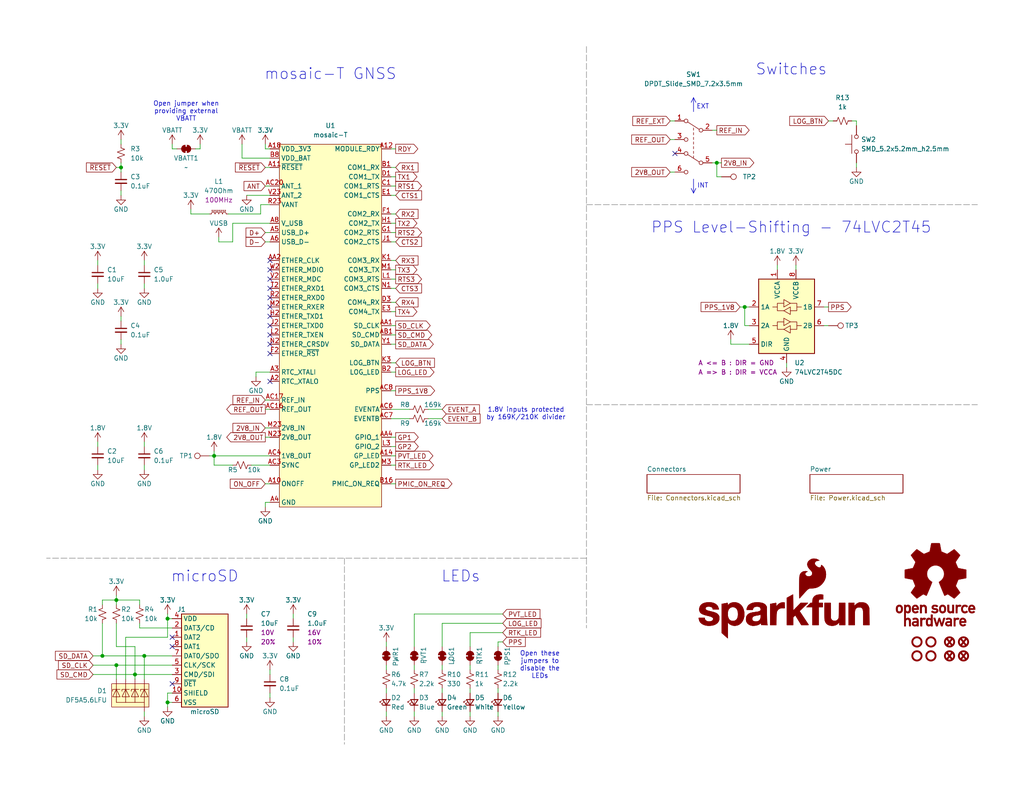
<source format=kicad_sch>
(kicad_sch (version 20250114) (generator "eeschema") (generator_version "9.0")
  (paper "USLetter")
  (title_block (title "SparkFun GNSS mosaic-T") (date "2025-03-21") (rev "v01") (company "SparkFun Electronics") (comment 1 "Designed by: P.C."))
  (text "LEDs" (at 125.73 157.48 0) (effects (font (size 3 3))))
  (text "PPS Level-Shifting - 74LVC2T45" (at 215.9 62.23 0) (effects (font (size 3 3))))
  (text "Open jumper when\nproviding external\nVBATT" (at 50.8 30.48 0) (effects (font (size 1.27 1.27))))
  (text "mosaic-T GNSS" (at 90.17 20.32 0) (effects (font (size 3 3))))
  (text "Switches" (at 215.9 19.05 0) (effects (font (size 3 3))))
  (text "Open these\njumpers to\ndisable the\nLEDs" (at 147.32 181.61 0) (effects (font (size 1.27 1.27))))
  (text "microSD" (at 55.88 157.48 0) (effects (font (size 3 3))))
  (text "EXT" (at 191.77 29.21 0) (effects (font (size 1.27 1.27))))
  (text "1.8V inputs protected\nby 169K/210K divider" (at 143.51 113.03 0) (effects (font (size 1.27 1.27))))
  (text "INT" (at 191.77 50.8 0) (effects (font (size 1.27 1.27))))
  (junction (at 203.2 83.82))
  (junction (at 58.42 124.46))
  (junction (at 39.37 179.07))
  (junction (at 195.58 44.45))
  (junction (at 33.02 45.72))
  (junction (at 27.94 179.07))
  (junction (at 36.83 184.15))
  (junction (at 45.72 168.91))
  (junction (at 31.75 181.61))
  (junction (at 45.72 191.77))
  (junction (at 31.75 163.83))
  (no_connect (at 73.66 93.98))
  (no_connect (at 73.66 91.44))
  (no_connect (at 46.99 176.53))
  (no_connect (at 73.66 73.66))
  (no_connect (at 73.66 104.14))
  (no_connect (at 73.66 81.28))
  (no_connect (at 73.66 83.82))
  (no_connect (at 73.66 88.9))
  (no_connect (at 46.99 186.69))
  (no_connect (at 73.66 76.2))
  (no_connect (at 46.99 173.99))
  (no_connect (at 73.66 96.52))
  (no_connect (at 73.66 71.12))
  (no_connect (at 73.66 78.74))
  (no_connect (at 73.66 86.36))
  (no_connect (at 184.15 41.91))
  (wire (pts (xy 182.88 38.1) (xy 184.15 38.1)))
  (wire (pts (xy 73.66 101.6) (xy 69.85 101.6)))
  (wire (pts (xy 106.68 82.55) (xy 107.95 82.55)))
  (wire (pts (xy 113.03 167.64) (xy 113.03 176.53)))
  (polyline (pts (xy 93.98 152.4) (xy 93.98 203.2)) (stroke (width 0) (type dash) (color 132 132 132 1)))
  (wire (pts (xy 36.83 184.15) (xy 46.99 184.15)))
  (wire (pts (xy 106.68 45.72) (xy 107.95 45.72)))
  (wire (pts (xy 46.99 171.45) (xy 38.1 171.45)))
  (wire (pts (xy 45.72 168.91) (xy 45.72 167.64)))
  (wire (pts (xy 217.17 72.39) (xy 217.17 73.66)))
  (wire (pts (xy 182.88 33.02) (xy 184.15 33.02)))
  (wire (pts (xy 135.89 181.61) (xy 135.89 182.88)))
  (wire (pts (xy 232.41 33.02) (xy 233.68 33.02)))
  (polyline (pts (xy 160.02 152.4) (xy 160.02 171.45)) (stroke (width 0) (type dash) (color 132 132 132 1)))
  (wire (pts (xy 203.2 83.82) (xy 204.47 83.82)))
  (wire (pts (xy 199.39 93.98) (xy 204.47 93.98)))
  (polyline (pts (xy 160.02 55.88) (xy 266.7 55.88)) (stroke (width 0) (type dash) (color 132 132 132 1)))
  (wire (pts (xy 72.39 132.08) (xy 73.66 132.08)))
  (wire (pts (xy 106.68 63.5) (xy 107.95 63.5)))
  (wire (pts (xy 26.67 71.12) (xy 26.67 72.39)))
  (wire (pts (xy 105.41 194.31) (xy 105.41 195.58)))
  (wire (pts (xy 106.68 88.9) (xy 107.95 88.9)))
  (wire (pts (xy 106.68 114.3) (xy 111.76 114.3)))
  (wire (pts (xy 33.02 44.45) (xy 33.02 45.72)))
  (wire (pts (xy 72.39 40.64) (xy 73.66 40.64)))
  (wire (pts (xy 106.68 101.6) (xy 107.95 101.6)))
  (wire (pts (xy 66.04 43.18) (xy 73.66 43.18)))
  (wire (pts (xy 34.29 173.99) (xy 45.72 173.99)))
  (wire (pts (xy 25.4 179.07) (xy 27.94 179.07)))
  (wire (pts (xy 33.02 52.07) (xy 33.02 53.34)))
  (wire (pts (xy 106.68 127) (xy 107.95 127)))
  (wire (pts (xy 106.68 106.68) (xy 107.95 106.68)))
  (wire (pts (xy 39.37 120.65) (xy 39.37 121.92)))
  (wire (pts (xy 72.39 111.76) (xy 73.66 111.76)))
  (wire (pts (xy 33.02 92.71) (xy 33.02 93.98)))
  (wire (pts (xy 233.68 44.45) (xy 233.68 45.72)))
  (wire (pts (xy 116.84 114.3) (xy 120.65 114.3)))
  (wire (pts (xy 38.1 170.18) (xy 38.1 171.45)))
  (polyline (pts (xy 188.595 27.94) (xy 189.23 26.67)))
  (wire (pts (xy 58.42 127) (xy 63.5 127)))
  (wire (pts (xy 195.58 44.45) (xy 195.58 48.26)))
  (wire (pts (xy 135.89 187.96) (xy 135.89 189.23)))
  (wire (pts (xy 106.68 111.76) (xy 111.76 111.76)))
  (wire (pts (xy 68.58 127) (xy 73.66 127)))
  (wire (pts (xy 67.31 167.64) (xy 67.31 168.91)))
  (wire (pts (xy 73.66 137.16) (xy 72.39 137.16)))
  (wire (pts (xy 27.94 165.1) (xy 27.94 163.83)))
  (wire (pts (xy 106.68 71.12) (xy 107.95 71.12)))
  (wire (pts (xy 63.5 60.96) (xy 73.66 60.96)))
  (wire (pts (xy 31.75 176.53) (xy 36.83 176.53)))
  (wire (pts (xy 72.39 137.16) (xy 72.39 138.43)))
  (wire (pts (xy 233.68 33.02) (xy 233.68 34.29)))
  (wire (pts (xy 58.42 124.46) (xy 58.42 127)))
  (wire (pts (xy 31.75 170.18) (xy 31.75 176.53)))
  (wire (pts (xy 45.72 168.91) (xy 46.99 168.91)))
  (wire (pts (xy 45.72 191.77) (xy 46.99 191.77)))
  (wire (pts (xy 120.65 181.61) (xy 120.65 182.88)))
  (polyline (pts (xy 189.23 26.67) (xy 189.23 30.48)))
  (wire (pts (xy 52.07 58.42) (xy 57.15 58.42)))
  (wire (pts (xy 25.4 184.15) (xy 36.83 184.15)))
  (wire (pts (xy 196.85 48.26) (xy 195.58 48.26)))
  (wire (pts (xy 106.68 124.46) (xy 107.95 124.46)))
  (wire (pts (xy 36.83 184.15) (xy 36.83 185.42)))
  (wire (pts (xy 59.69 64.77) (xy 59.69 66.04)))
  (wire (pts (xy 128.27 187.96) (xy 128.27 189.23)))
  (wire (pts (xy 57.15 124.46) (xy 58.42 124.46)))
  (polyline (pts (xy 188.595 51.435) (xy 189.23 52.705)))
  (wire (pts (xy 39.37 71.12) (xy 39.37 72.39)))
  (wire (pts (xy 72.39 119.38) (xy 73.66 119.38)))
  (wire (pts (xy 72.39 50.8) (xy 73.66 50.8)))
  (wire (pts (xy 194.31 35.56) (xy 195.58 35.56)))
  (wire (pts (xy 46.99 189.23) (xy 45.72 189.23)))
  (wire (pts (xy 73.66 124.46) (xy 58.42 124.46)))
  (wire (pts (xy 105.41 181.61) (xy 105.41 182.88)))
  (wire (pts (xy 39.37 179.07) (xy 46.99 179.07)))
  (wire (pts (xy 62.23 58.42) (xy 71.12 58.42)))
  (wire (pts (xy 31.75 163.83) (xy 31.75 165.1)))
  (wire (pts (xy 106.68 85.09) (xy 107.95 85.09)))
  (wire (pts (xy 72.39 109.22) (xy 73.66 109.22)))
  (wire (pts (xy 224.79 88.9) (xy 226.06 88.9)))
  (wire (pts (xy 106.68 76.2) (xy 107.95 76.2)))
  (wire (pts (xy 31.75 181.61) (xy 31.75 185.42)))
  (wire (pts (xy 106.68 48.26) (xy 107.95 48.26)))
  (wire (pts (xy 128.27 172.72) (xy 128.27 176.53)))
  (wire (pts (xy 33.02 86.36) (xy 33.02 87.63)))
  (wire (pts (xy 72.39 66.04) (xy 73.66 66.04)))
  (wire (pts (xy 120.65 170.18) (xy 120.65 176.53)))
  (polyline (pts (xy 189.23 52.705) (xy 189.865 51.435)))
  (wire (pts (xy 106.68 58.42) (xy 107.95 58.42)))
  (wire (pts (xy 38.1 163.83) (xy 38.1 165.1)))
  (wire (pts (xy 214.63 99.06) (xy 214.63 100.33)))
  (wire (pts (xy 203.2 83.82) (xy 203.2 88.9)))
  (wire (pts (xy 72.39 116.84) (xy 73.66 116.84)))
  (polyline (pts (xy 189.23 26.67) (xy 189.865 27.94)))
  (wire (pts (xy 105.41 187.96) (xy 105.41 189.23)))
  (wire (pts (xy 120.65 187.96) (xy 120.65 189.23)))
  (wire (pts (xy 36.83 176.53) (xy 36.83 184.15)))
  (wire (pts (xy 54.61 39.37) (xy 54.61 40.64)))
  (wire (pts (xy 53.34 40.64) (xy 54.61 40.64)))
  (wire (pts (xy 80.01 173.99) (xy 80.01 175.26)))
  (wire (pts (xy 137.16 167.64) (xy 113.03 167.64)))
  (wire (pts (xy 106.68 78.74) (xy 107.95 78.74)))
  (wire (pts (xy 27.94 163.83) (xy 31.75 163.83)))
  (wire (pts (xy 52.07 57.15) (xy 52.07 58.42)))
  (wire (pts (xy 69.85 101.6) (xy 69.85 102.87)))
  (wire (pts (xy 25.4 181.61) (xy 31.75 181.61)))
  (wire (pts (xy 106.68 119.38) (xy 107.95 119.38)))
  (wire (pts (xy 45.72 191.77) (xy 45.72 193.04)))
  (wire (pts (xy 113.03 181.61) (xy 113.03 182.88)))
  (wire (pts (xy 195.58 44.45) (xy 196.85 44.45)))
  (wire (pts (xy 59.69 66.04) (xy 63.5 66.04)))
  (wire (pts (xy 113.03 194.31) (xy 113.03 195.58)))
  (polyline (pts (xy 160.02 110.49) (xy 266.7 110.49)) (stroke (width 0) (type dash) (color 132 132 132 1)))
  (wire (pts (xy 80.01 167.64) (xy 80.01 168.91)))
  (wire (pts (xy 106.68 91.44) (xy 107.95 91.44)))
  (wire (pts (xy 106.68 73.66) (xy 107.95 73.66)))
  (wire (pts (xy 106.68 53.34) (xy 107.95 53.34)))
  (wire (pts (xy 72.39 45.72) (xy 73.66 45.72)))
  (wire (pts (xy 26.67 77.47) (xy 26.67 78.74)))
  (wire (pts (xy 201.93 83.82) (xy 203.2 83.82)))
  (wire (pts (xy 204.47 88.9) (xy 203.2 88.9)))
  (wire (pts (xy 199.39 92.71) (xy 199.39 93.98)))
  (wire (pts (xy 135.89 194.31) (xy 135.89 195.58)))
  (wire (pts (xy 135.89 175.26) (xy 135.89 176.53)))
  (wire (pts (xy 63.5 66.04) (xy 63.5 60.96)))
  (wire (pts (xy 120.65 194.31) (xy 120.65 195.58)))
  (wire (pts (xy 31.75 163.83) (xy 38.1 163.83)))
  (wire (pts (xy 113.03 187.96) (xy 113.03 189.23)))
  (wire (pts (xy 66.04 39.37) (xy 66.04 43.18)))
  (polyline (pts (xy 160.02 152.4) (xy 12.7 152.4)) (stroke (width 0) (type dash) (color 132 132 132 1)))
  (wire (pts (xy 73.66 182.88) (xy 73.66 184.15)))
  (wire (pts (xy 39.37 127) (xy 39.37 128.27)))
  (wire (pts (xy 45.72 173.99) (xy 45.72 168.91)))
  (wire (pts (xy 212.09 72.39) (xy 212.09 73.66)))
  (wire (pts (xy 106.68 132.08) (xy 107.95 132.08)))
  (wire (pts (xy 72.39 39.37) (xy 72.39 40.64)))
  (wire (pts (xy 106.68 60.96) (xy 107.95 60.96)))
  (wire (pts (xy 137.16 170.18) (xy 120.65 170.18)))
  (wire (pts (xy 137.16 175.26) (xy 135.89 175.26)))
  (wire (pts (xy 39.37 77.47) (xy 39.37 78.74)))
  (wire (pts (xy 71.12 55.88) (xy 73.66 55.88)))
  (wire (pts (xy 73.66 189.23) (xy 73.66 190.5)))
  (wire (pts (xy 27.94 170.18) (xy 27.94 179.07)))
  (wire (pts (xy 106.68 50.8) (xy 107.95 50.8)))
  (wire (pts (xy 72.39 63.5) (xy 73.66 63.5)))
  (wire (pts (xy 46.99 40.64) (xy 48.26 40.64)))
  (wire (pts (xy 31.75 162.56) (xy 31.75 163.83)))
  (wire (pts (xy 26.67 127) (xy 26.67 128.27)))
  (wire (pts (xy 226.06 33.02) (xy 227.33 33.02)))
  (wire (pts (xy 33.02 45.72) (xy 33.02 46.99)))
  (wire (pts (xy 137.16 172.72) (xy 128.27 172.72)))
  (wire (pts (xy 106.68 66.04) (xy 107.95 66.04)))
  (wire (pts (xy 58.42 123.19) (xy 58.42 124.46)))
  (wire (pts (xy 46.99 39.37) (xy 46.99 40.64)))
  (wire (pts (xy 106.68 93.98) (xy 107.95 93.98)))
  (wire (pts (xy 45.72 189.23) (xy 45.72 191.77)))
  (wire (pts (xy 224.79 83.82) (xy 226.06 83.82)))
  (wire (pts (xy 31.75 181.61) (xy 46.99 181.61)))
  (wire (pts (xy 26.67 120.65) (xy 26.67 121.92)))
  (wire (pts (xy 128.27 181.61) (xy 128.27 182.88)))
  (wire (pts (xy 33.02 38.1) (xy 33.02 39.37)))
  (wire (pts (xy 67.31 173.99) (xy 67.31 175.26)))
  (polyline (pts (xy 160.02 12.7) (xy 160.02 152.4)) (stroke (width 0) (type dash) (color 132 132 132 1)))
  (wire (pts (xy 194.31 44.45) (xy 195.58 44.45)))
  (wire (pts (xy 106.68 40.64) (xy 107.95 40.64)))
  (wire (pts (xy 128.27 194.31) (xy 128.27 195.58)))
  (wire (pts (xy 39.37 194.31) (xy 39.37 195.58)))
  (wire (pts (xy 39.37 179.07) (xy 39.37 185.42)))
  (wire (pts (xy 31.75 45.72) (xy 33.02 45.72)))
  (wire (pts (xy 34.29 185.42) (xy 34.29 173.99)))
  (wire (pts (xy 106.68 99.06) (xy 107.95 99.06)))
  (wire (pts (xy 182.88 46.99) (xy 184.15 46.99)))
  (wire (pts (xy 106.68 121.92) (xy 107.95 121.92)))
  (wire (pts (xy 71.12 58.42) (xy 71.12 55.88)))
  (polyline (pts (xy 189.23 52.705) (xy 189.23 48.895)))
  (wire (pts (xy 67.31 53.34) (xy 73.66 53.34)))
  (wire (pts (xy 116.84 111.76) (xy 120.65 111.76)))
  (wire (pts (xy 105.41 175.26) (xy 105.41 176.53)))
  (wire (pts (xy 27.94 179.07) (xy 39.37 179.07)))
  (global_label "PPS_1V8" (shape output) (at 107.95 106.68 0) (property "Intersheetrefs" "${INTERSHEET_REFS}" (effects (hide yes))))
  (global_label "CTS1" (shape input) (at 107.95 53.34 0) (property "Intersheetrefs" "${INTERSHEET_REFS}" (effects (hide yes))))
  (global_label "LOG_BTN" (shape input) (at 107.95 99.06 0) (property "Intersheetrefs" "${INTERSHEET_REFS}" (effects (hide yes))))
  (global_label "2V8_IN" (shape input) (at 72.39 116.84 180) (property "Intersheetrefs" "${INTERSHEET_REFS}" (effects (hide yes))))
  (global_label "SD_CLK" (shape input) (at 25.4 181.61 180) (property "Intersheetrefs" "${INTERSHEET_REFS}" (effects (hide yes))))
  (global_label "REF_IN" (shape input) (at 72.39 109.22 180) (property "Intersheetrefs" "${INTERSHEET_REFS}" (effects (hide yes))))
  (global_label "2V8_OUT" (shape output) (at 72.39 119.38 180) (property "Intersheetrefs" "${INTERSHEET_REFS}" (effects (hide yes))))
  (global_label "PPS" (shape input) (at 137.16 175.26 0) (property "Intersheetrefs" "${INTERSHEET_REFS}" (effects (hide yes))))
  (global_label "TX2" (shape output) (at 107.95 60.96 0) (property "Intersheetrefs" "${INTERSHEET_REFS}" (effects (hide yes))))
  (global_label "RTS2" (shape output) (at 107.95 63.5 0) (property "Intersheetrefs" "${INTERSHEET_REFS}" (effects (hide yes))))
  (global_label "SD_CLK" (shape output) (at 107.95 88.9 0) (property "Intersheetrefs" "${INTERSHEET_REFS}" (effects (hide yes))))
  (global_label "ANT" (shape input) (at 72.39 50.8 180) (property "Intersheetrefs" "${INTERSHEET_REFS}" (effects (hide yes))))
  (global_label "PPS_1V8" (shape input) (at 201.93 83.82 180) (property "Intersheetrefs" "${INTERSHEET_REFS}" (effects (hide yes))))
  (global_label "LOG_LED" (shape output) (at 107.95 101.6 0) (property "Intersheetrefs" "${INTERSHEET_REFS}" (effects (hide yes))))
  (global_label "REF_OUT" (shape output) (at 72.39 111.76 180) (property "Intersheetrefs" "${INTERSHEET_REFS}" (effects (hide yes))))
  (global_label "LOG_BTN" (shape input) (at 226.06 33.02 180) (property "Intersheetrefs" "${INTERSHEET_REFS}" (effects (hide yes))))
  (global_label "CTS3" (shape input) (at 107.95 78.74 0) (property "Intersheetrefs" "${INTERSHEET_REFS}" (effects (hide yes))))
  (global_label "D+" (shape input) (at 72.39 63.5 180) (property "Intersheetrefs" "${INTERSHEET_REFS}" (effects (hide yes))))
  (global_label "RX1" (shape input) (at 107.95 45.72 0) (property "Intersheetrefs" "${INTERSHEET_REFS}" (effects (hide yes))))
  (global_label "ON_OFF" (shape input) (at 72.39 132.08 180) (property "Intersheetrefs" "${INTERSHEET_REFS}" (effects (hide yes))))
  (global_label "PMIC_ON_REQ" (shape output) (at 107.95 132.08 0) (property "Intersheetrefs" "${INTERSHEET_REFS}" (effects (hide yes))))
  (global_label "RTS3" (shape output) (at 107.95 76.2 0) (property "Intersheetrefs" "${INTERSHEET_REFS}" (effects (hide yes))))
  (global_label "EVENT_A" (shape input) (at 120.65 111.76 0) (property "Intersheetrefs" "${INTERSHEET_REFS}" (effects (hide yes))))
  (global_label "CTS2" (shape input) (at 107.95 66.04 0) (property "Intersheetrefs" "${INTERSHEET_REFS}" (effects (hide yes))))
  (global_label "REF_OUT" (shape input) (at 182.88 38.1 180) (property "Intersheetrefs" "${INTERSHEET_REFS}" (effects (hide yes))))
  (global_label "PVT_LED" (shape input) (at 137.16 167.64 0) (property "Intersheetrefs" "${INTERSHEET_REFS}" (effects (hide yes))))
  (global_label "RTK_LED" (shape output) (at 107.95 127 0) (property "Intersheetrefs" "${INTERSHEET_REFS}" (effects (hide yes))))
  (global_label "TX4" (shape output) (at 107.95 85.09 0) (property "Intersheetrefs" "${INTERSHEET_REFS}" (effects (hide yes))))
  (global_label "RTK_LED" (shape input) (at 137.16 172.72 0) (property "Intersheetrefs" "${INTERSHEET_REFS}" (effects (hide yes))))
  (global_label "RDY" (shape output) (at 107.95 40.64 0) (property "Intersheetrefs" "${INTERSHEET_REFS}" (effects (hide yes))))
  (global_label "RX4" (shape input) (at 107.95 82.55 0) (property "Intersheetrefs" "${INTERSHEET_REFS}" (effects (hide yes))))
  (global_label "EVENT_B" (shape input) (at 120.65 114.3 0) (property "Intersheetrefs" "${INTERSHEET_REFS}" (effects (hide yes))))
  (global_label "SD_CMD" (shape output) (at 107.95 91.44 0) (property "Intersheetrefs" "${INTERSHEET_REFS}" (effects (hide yes))))
  (global_label "REF_IN" (shape output) (at 195.58 35.56 0) (property "Intersheetrefs" "${INTERSHEET_REFS}" (effects (hide yes))))
  (global_label "TX1" (shape output) (at 107.95 48.26 0) (property "Intersheetrefs" "${INTERSHEET_REFS}" (effects (hide yes))))
  (global_label "TX3" (shape output) (at 107.95 73.66 0) (property "Intersheetrefs" "${INTERSHEET_REFS}" (effects (hide yes))))
  (global_label "PVT_LED" (shape output) (at 107.95 124.46 0) (property "Intersheetrefs" "${INTERSHEET_REFS}" (effects (hide yes))))
  (global_label "GP2" (shape output) (at 107.95 121.92 0) (property "Intersheetrefs" "${INTERSHEET_REFS}" (effects (hide yes))))
  (global_label "2V8_IN" (shape output) (at 196.85 44.45 0) (property "Intersheetrefs" "${INTERSHEET_REFS}" (effects (hide yes))))
  (global_label "RX2" (shape input) (at 107.95 58.42 0) (property "Intersheetrefs" "${INTERSHEET_REFS}" (effects (hide yes))))
  (global_label "~{RESET}" (shape input) (at 72.39 45.72 180) (property "Intersheetrefs" "${INTERSHEET_REFS}" (effects (hide yes))))
  (global_label "RX3" (shape input) (at 107.95 71.12 0) (property "Intersheetrefs" "${INTERSHEET_REFS}" (effects (hide yes))))
  (global_label "~{RESET}" (shape input) (at 31.75 45.72 180) (property "Intersheetrefs" "${INTERSHEET_REFS}" (effects (hide yes))))
  (global_label "D-" (shape input) (at 72.39 66.04 180) (property "Intersheetrefs" "${INTERSHEET_REFS}" (effects (hide yes))))
  (global_label "REF_EXT" (shape input) (at 182.88 33.02 180) (property "Intersheetrefs" "${INTERSHEET_REFS}" (effects (hide yes))))
  (global_label "LOG_LED" (shape input) (at 137.16 170.18 0) (property "Intersheetrefs" "${INTERSHEET_REFS}" (effects (hide yes))))
  (global_label "SD_CMD" (shape input) (at 25.4 184.15 180) (property "Intersheetrefs" "${INTERSHEET_REFS}" (effects (hide yes))))
  (global_label "SD_DATA" (shape input) (at 25.4 179.07 180) (property "Intersheetrefs" "${INTERSHEET_REFS}" (effects (hide yes))))
  (global_label "PPS" (shape output) (at 226.06 83.82 0) (property "Intersheetrefs" "${INTERSHEET_REFS}" (effects (hide yes))))
  (global_label "RTS1" (shape output) (at 107.95 50.8 0) (property "Intersheetrefs" "${INTERSHEET_REFS}" (effects (hide yes))))
  (global_label "SD_DATA" (shape output) (at 107.95 93.98 0) (property "Intersheetrefs" "${INTERSHEET_REFS}" (effects (hide yes))))
  (global_label "2V8_OUT" (shape input) (at 182.88 46.99 180) (property "Intersheetrefs" "${INTERSHEET_REFS}" (effects (hide yes))))
  (global_label "GP1" (shape output) (at 107.95 119.38 0) (property "Intersheetrefs" "${INTERSHEET_REFS}" (effects (hide yes))))
  (symbol (lib_id "SparkFun-Hardware:Standoff") (at 250.19 179.07 0) (unit 1)
    (property "Reference" "ST2" (effects (hide yes)))
    (property "Value" "Standoff" (effects (hide yes)))
    (property "Footprint" "SparkFun-Hardware:Standoff" (effects (hide yes)))
    (property "Description" "Drill holes for mechanically mounting via screws, standoffs, etc." (effects (hide yes)))
  )
  (symbol (lib_id "SparkFun-PowerSymbol:GND") (at 120.65 195.58 0) (unit 1)
    (property "Reference" "#PWR036" (effects (hide yes)))
    (property "Value" "GND" (at 120.65 199.39 0))
    (property "Description" "Power symbol creates a global label with name \"GND\" , ground" (effects (hide yes)))
  )
  (symbol (lib_id "SparkFun-Resistor:1k_0603") (at 128.27 185.42 90) (unit 1)
    (property "Reference" "R11" (at 129.54 184.15 90) (effects (justify right)))
    (property "Value" "1k" (at 129.54 186.69 90) (effects (justify right)))
    (property "Footprint" "SparkFun-Resistor:R_0603_1608Metric" (effects (hide yes)))
    (property "Datasheet" "https://www.vishay.com/docs/20035/dcrcwe3.pdf" (effects (hide yes)))
    (property "Description" "Resistor" (effects (hide yes)))
    (property "PROD_ID" "RES-07856" (effects (hide yes)))
  )
  (symbol (lib_id "SparkFun-PowerSymbol:1.8V") (at 26.67 120.65 0) (unit 1)
    (property "Reference" "#PWR03" (effects (hide yes)))
    (property "Value" "1.8V" (at 26.67 116.84 0))
    (property "Description" "Power symbol creates a global label with name \"1.8V\"" (effects (hide yes)))
  )
  (symbol (lib_id "SparkFun-PowerSymbol:GND") (at 26.67 128.27 0) (unit 1)
    (property "Reference" "#PWR04" (effects (hide yes)))
    (property "Value" "GND" (at 26.67 132.08 0))
    (property "Description" "Power symbol creates a global label with name \"GND\" , ground" (effects (hide yes)))
  )
  (symbol (lib_id "SparkFun-PowerSymbol:GND") (at 105.41 195.58 0) (unit 1)
    (property "Reference" "#PWR034" (effects (hide yes)))
    (property "Value" "GND" (at 105.41 199.39 0))
    (property "Description" "Power symbol creates a global label with name \"GND\" , ground" (effects (hide yes)))
  )
  (symbol (lib_id "SparkFun-Capacitor:10uF_0603_10V_20%") (at 26.67 74.93 0) (unit 1)
    (property "Reference" "C1" (at 29.21 73.6662 0) (effects (justify left)))
    (property "Value" "10uF" (at 29.21 76.2062 0) (effects (justify left)))
    (property "Footprint" "SparkFun-Capacitor:C_0603_1608Metric" (effects (hide yes)))
    (property "Datasheet" "https://cdn.sparkfun.com/assets/8/a/4/a/5/Kemet_Capacitor_Datasheet.pdf" (effects (hide yes)))
    (property "Description" "Unpolarized capacitor" (effects (hide yes)))
    (property "PROD_ID" "CAP-20155" (effects (hide yes)))
    (property "Voltage" "10V" (effects (hide yes)))
    (property "Tolerance" "20%" (effects (hide yes)))
  )
  (symbol (lib_id "SparkFun-Jumper:SolderJumper_2_Bridged") (at 50.8 40.64 180) (unit 1)
    (property "Reference" "VBATT1" (at 50.8 43.18 0))
    (property "Value" "~" (at 50.8 45.72 0))
    (property "Footprint" "SparkFun-Jumper:Jumper_2_NC_Trace" (effects (hide yes)))
    (property "Description" "Solder Jumper, 2-pole, closed/bridged" (effects (hide yes)))
  )
  (symbol (lib_id "SparkFun-Resistor:2.2k_0603") (at 135.89 185.42 90) (unit 1)
    (property "Reference" "R12" (at 137.16 184.15 90) (effects (justify right)))
    (property "Value" "2.2k" (at 137.16 186.69 90) (effects (justify right)))
    (property "Footprint" "SparkFun-Resistor:R_0603_1608Metric" (effects (hide yes)))
    (property "Datasheet" "https://www.vishay.com/docs/20035/dcrcwe3.pdf" (effects (hide yes)))
    (property "Description" "Resistor" (effects (hide yes)))
    (property "PROD_ID" "RES-08272" (effects (hide yes)))
  )
  (symbol (lib_id "SparkFun-Resistor:10k_0603") (at 38.1 167.64 90) (unit 1)
    (property "Reference" "R4" (at 39.37 166.37 90) (effects (justify right)))
    (property "Value" "10k" (at 39.37 168.91 90) (effects (justify right)))
    (property "Footprint" "SparkFun-Resistor:R_0603_1608Metric" (effects (hide yes)))
    (property "Datasheet" "https://www.vishay.com/docs/20035/dcrcwe3.pdf" (effects (hide yes)))
    (property "Description" "Resistor" (effects (hide yes)))
    (property "PROD_ID" "RES-00824" (effects (hide yes)))
  )
  (symbol (lib_id "SparkFun-PowerSymbol:3.3V") (at 105.41 175.26 0) (unit 1)
    (property "Reference" "#PWR033" (effects (hide yes)))
    (property "Value" "3.3V" (at 105.41 171.45 0))
    (property "Description" "Power symbol creates a global label with name \"3.3V\"" (effects (hide yes)))
  )
  (symbol (lib_id "SparkFun-Capacitor:0.1uF_0603_25V_20%") (at 33.02 90.17 0) (unit 1)
    (property "Reference" "C4" (at 35.56 88.9062 0) (effects (justify left)))
    (property "Value" "0.1uF" (at 35.56 91.4462 0) (effects (justify left)))
    (property "Footprint" "SparkFun-Capacitor:C_0603_1608Metric" (effects (hide yes)))
    (property "Datasheet" "https://cdn.sparkfun.com/assets/8/a/4/a/5/Kemet_Capacitor_Datasheet.pdf" (effects (hide yes)))
    (property "Description" "Unpolarized capacitor" (effects (hide yes)))
    (property "PROD_ID" "CAP-00810" (effects (hide yes)))
    (property "Voltage" "25V" (effects (hide yes)))
    (property "Tolerance" "20%" (effects (hide yes)))
  )
  (symbol (lib_id "SparkFun-PowerSymbol:GND") (at 135.89 195.58 0) (unit 1)
    (property "Reference" "#PWR038" (effects (hide yes)))
    (property "Value" "GND" (at 135.89 199.39 0))
    (property "Description" "Power symbol creates a global label with name \"GND\" , ground" (effects (hide yes)))
  )
  (symbol (lib_id "SparkFun-Aesthetic:SparkFun_Logo") (at 213.36 167.64 0) (unit 1) (on_board no)
    (property "Reference" "G1" (effects (hide yes)))
    (property "Value" "SparkFun_Logo" (effects (hide yes)))
  )
  (symbol (lib_id "SparkFun-Resistor:2.2k_0603") (at 113.03 185.42 90) (unit 1)
    (property "Reference" "R7" (at 114.3 184.15 90) (effects (justify right)))
    (property "Value" "2.2k" (at 114.3 186.69 90) (effects (justify right)))
    (property "Footprint" "SparkFun-Resistor:R_0603_1608Metric" (effects (hide yes)))
    (property "Datasheet" "https://www.vishay.com/docs/20035/dcrcwe3.pdf" (effects (hide yes)))
    (property "Description" "Resistor" (effects (hide yes)))
    (property "PROD_ID" "RES-08272" (effects (hide yes)))
  )
  (symbol (lib_id "SparkFun-Jumper:SolderJumper_2_Bridged") (at 135.89 179.07 90) (unit 1)
    (property "Reference" "PPS1" (at 138.43 176.53 0) (effects (justify right)))
    (property "Value" "~" (at 138.43 180.34 90) (effects (justify right)))
    (property "Footprint" "SparkFun-Jumper:Jumper_2_NC_Trace" (effects (hide yes)))
    (property "Description" "Solder Jumper, 2-pole, closed/bridged" (effects (hide yes)))
  )
  (symbol (lib_id "SparkFun-PowerSymbol:3.3V") (at 54.61 39.37 0) (unit 1)
    (property "Reference" "#PWR019" (effects (hide yes)))
    (property "Value" "3.3V" (at 54.61 35.56 0))
    (property "Description" "Power symbol creates a global label with name \"3.3V\"" (effects (hide yes)))
  )
  (symbol (lib_id "SparkFun-PowerSymbol:GND") (at 39.37 195.58 0) (unit 1)
    (property "Reference" "#PWR014" (effects (hide yes)))
    (property "Value" "GND" (at 39.37 199.39 0))
    (property "Description" "Power symbol creates a global label with name \"GND\" , ground" (effects (hide yes)))
  )
  (symbol (lib_id "SparkFun-Coil:470Ohm_0603_1.0A") (at 59.69 58.42 0) (unit 1)
    (property "Reference" "L1" (at 59.69 49.53 0))
    (property "Value" "470Ohm" (at 59.69 52.07 0))
    (property "Footprint" "SparkFun-Capacitor:C_0603_1608Metric" (effects (hide yes)))
    (property "Datasheet" "http://www.murata.com/en-global/api/pdfdownloadapi?cate=luNoiseSupprFilteChipFerriBead&partno=BLM18PG471SN1%23" (effects (hide yes)))
    (property "Description" "Inductor" (effects (hide yes)))
    (property "PROD_ID" "NDUC-12579" (effects (hide yes)))
    (property "Frequency" "100MHz" (at 59.69 54.61 0))
  )
  (symbol (lib_id "SparkFun-Resistor:4.7k_0603") (at 105.41 185.42 90) (unit 1)
    (property "Reference" "R6" (at 106.68 184.15 90) (effects (justify right)))
    (property "Value" "4.7k" (at 106.68 186.69 90) (effects (justify right)))
    (property "Footprint" "SparkFun-Resistor:R_0603_1608Metric" (effects (hide yes)))
    (property "Datasheet" "https://www.vishay.com/docs/20035/dcrcwe3.pdf" (effects (hide yes)))
    (property "Description" "Resistor" (effects (hide yes)))
    (property "PROD_ID" "RES-07857" (effects (hide yes)))
  )
  (symbol (lib_id "SparkFun-PowerSymbol:3.3V") (at 39.37 71.12 0) (unit 1)
    (property "Reference" "#PWR010" (effects (hide yes)))
    (property "Value" "3.3V" (at 39.37 67.31 0))
    (property "Description" "Power symbol creates a global label with name \"3.3V\"" (effects (hide yes)))
  )
  (symbol (lib_id "SparkFun-Connector:microSD_PushPush") (at 55.88 181.61 0) (unit 1)
    (property "Reference" "J1" (at 49.53 166.37 0))
    (property "Value" "microSD" (at 55.88 194.31 0))
    (property "Footprint" "SparkFun-Connector:microSD_External_Pin" (effects (hide yes)))
    (property "Datasheet" "https://cdn.sparkfun.com/assets/a/d/6/0/8/microSD_Datasheet_msd-1-a.pdf" (effects (hide yes)))
    (property "Description" "Micro SD socket External Pin" (effects (hide yes)))
    (property "PROD_ID" "CONN-16110" (effects (hide yes)))
  )
  (symbol (lib_id "SparkFun-DiscreteSemi:D_TVS_ESD_4_HS") (at 34.29 189.23 0) (unit 1)
    (property "Reference" "D1" (at 29.21 188.5949 0) (effects (justify right)))
    (property "Value" "DF5A5.6LFU" (at 29.21 191.1349 0) (effects (justify right)))
    (property "Footprint" "SparkFun-Semiconductor-Standard:SOT-353" (effects (hide yes)))
    (property "Datasheet" "https://toshiba.semicon-storage.com/info/DF5A5.6LFU_datasheet_en_20140301.pdf?did=22260&prodName=DF5A5.6LFU" (effects (hide yes)))
    (property "Description" "Low capacitance microSD unidirectional quadruple ESD protection diode array, 3.3V, Common Anode, SOT-353" (effects (hide yes)))
    (property "PROD_ID" "DIO-20454" (effects (hide yes)))
  )
  (symbol (lib_id "SparkFun-PowerSymbol:3.3V") (at 33.02 86.36 0) (unit 1)
    (property "Reference" "#PWR08" (effects (hide yes)))
    (property "Value" "3.3V" (at 33.02 82.55 0))
    (property "Description" "Power symbol creates a global label with name \"3.3V\"" (effects (hide yes)))
  )
  (symbol (lib_id "SparkFun-PowerSymbol:GND") (at 67.31 53.34 0) (unit 1)
    (property "Reference" "#PWR023" (effects (hide yes)))
    (property "Value" "GND" (at 67.31 57.15 0))
    (property "Description" "Power symbol creates a global label with name \"GND\" , ground" (effects (hide yes)))
  )
  (symbol (lib_id "SparkFun-Capacitor:1.0uF_0603_16V_10%") (at 80.01 171.45 0) (unit 1)
    (property "Reference" "C9" (at 83.82 167.64 0) (effects (justify left)))
    (property "Value" "1.0uF" (at 83.82 170.18 0) (effects (justify left)))
    (property "Footprint" "SparkFun-Capacitor:C_0603_1608Metric" (effects (hide yes)))
    (property "Datasheet" "https://cdn.sparkfun.com/assets/8/a/4/a/5/Kemet_Capacitor_Datasheet.pdf" (effects (hide yes)))
    (property "Description" "Unpolarized capacitor" (effects (hide yes)))
    (property "PROD_ID" "CAP-13930" (effects (hide yes)))
    (property "Voltage" "16V" (at 83.82 172.72 0) (effects (justify left)))
    (property "Tolerance" "10%" (at 83.82 175.26 0) (effects (justify left)))
  )
  (symbol (lib_id "SparkFun-PowerSymbol:GND") (at 128.27 195.58 0) (unit 1)
    (property "Reference" "#PWR037" (effects (hide yes)))
    (property "Value" "GND" (at 128.27 199.39 0))
    (property "Description" "Power symbol creates a global label with name \"GND\" , ground" (effects (hide yes)))
  )
  (symbol (lib_id "SparkFun-PowerSymbol:GND") (at 33.02 53.34 0) (unit 1)
    (property "Reference" "#PWR07" (effects (hide yes)))
    (property "Value" "GND" (at 33.02 57.15 0))
    (property "Description" "Power symbol creates a global label with name \"GND\" , ground" (effects (hide yes)))
  )
  (symbol (lib_id "SparkFun-PowerSymbol:3.3V") (at 31.75 162.56 0) (unit 1)
    (property "Reference" "#PWR05" (effects (hide yes)))
    (property "Value" "3.3V" (at 31.75 158.75 0))
    (property "Description" "Power symbol creates a global label with name \"3.3V\"" (effects (hide yes)))
  )
  (symbol (lib_id "SparkFun-PowerSymbol:GND") (at 69.85 102.87 0) (unit 1)
    (property "Reference" "#PWR026" (effects (hide yes)))
    (property "Value" "GND" (at 69.85 106.68 0))
    (property "Description" "Power symbol creates a global label with name \"GND\" , ground" (effects (hide yes)))
  )
  (symbol (lib_id "SparkFun-LED:LED_White_0603") (at 128.27 191.77 90) (unit 1)
    (property "Reference" "D5" (at 129.54 190.5 90) (effects (justify right)))
    (property "Value" "White" (at 129.54 193.04 90) (effects (justify right)))
    (property "Footprint" "SparkFun-LED:LED_0603_1608Metric_White" (effects (hide yes)))
    (property "Datasheet" "https://www.qt-brightek.com/datasheet/QBLP601_series.pdf" (effects (hide yes)))
    (property "Description" "Light emitting diode" (effects (hide yes)))
    (property "PROD_ID" "DIO-09004" (effects (hide yes)))
  )
  (symbol (lib_id "SparkFun-PowerSymbol:VUSB") (at 59.69 64.77 0) (unit 1)
    (property "Reference" "#PWR021" (effects (hide yes)))
    (property "Value" "VUSB" (at 59.69 60.96 0))
    (property "Description" "Power symbol creates a global label with name \"VUSB\"" (effects (hide yes)))
  )
  (symbol (lib_id "SparkFun-PowerSymbol:1.8V") (at 39.37 120.65 0) (unit 1)
    (property "Reference" "#PWR012" (effects (hide yes)))
    (property "Value" "1.8V" (at 39.37 116.84 0))
    (property "Description" "Power symbol creates a global label with name \"1.8V\"" (effects (hide yes)))
  )
  (symbol (lib_id "SparkFun-Capacitor:0.1uF_0603_25V_20%") (at 73.66 186.69 0) (unit 1)
    (property "Reference" "C8" (at 76.2 185.4262 0) (effects (justify left)))
    (property "Value" "0.1uF" (at 76.2 187.9662 0) (effects (justify left)))
    (property "Footprint" "SparkFun-Capacitor:C_0603_1608Metric" (effects (hide yes)))
    (property "Datasheet" "https://cdn.sparkfun.com/assets/8/a/4/a/5/Kemet_Capacitor_Datasheet.pdf" (effects (hide yes)))
    (property "Description" "Unpolarized capacitor" (effects (hide yes)))
    (property "PROD_ID" "CAP-00810" (effects (hide yes)))
    (property "Voltage" "25V" (effects (hide yes)))
    (property "Tolerance" "20%" (effects (hide yes)))
  )
  (symbol (lib_id "SparkFun-PowerSymbol:GND") (at 73.66 190.5 0) (unit 1)
    (property "Reference" "#PWR030" (effects (hide yes)))
    (property "Value" "GND" (at 73.66 194.31 0))
    (property "Description" "Power symbol creates a global label with name \"GND\" , ground" (effects (hide yes)))
  )
  (symbol (lib_id "SparkFun-Switch:SPST_Push_SMD_5.2x5.2mm_h2.5mm") (at 233.68 39.37 90) (unit 1)
    (property "Reference" "SW2" (at 234.95 38.0999 90) (effects (justify right)))
    (property "Value" "SMD_5.2x5.2mm_h2.5mm" (at 234.95 40.6399 90) (effects (justify right)))
    (property "Footprint" "SparkFun-Switch:Push_SMD_5.2x5.2mm_h2.5mm" (effects (hide yes)))
    (property "Description" "Single Pole Single Throw (SPST) switch" (effects (hide yes)))
    (property "PROD_ID" "SWCH-14139" (effects (hide yes)))
  )
  (symbol (lib_id "SparkFun-Hardware:Standoff") (at 254 179.07 0) (unit 1)
    (property "Reference" "ST4" (effects (hide yes)))
    (property "Value" "Standoff" (effects (hide yes)))
    (property "Footprint" "SparkFun-Hardware:Standoff" (effects (hide yes)))
    (property "Description" "Drill holes for mechanically mounting via screws, standoffs, etc." (effects (hide yes)))
  )
  (symbol (lib_id "SparkFun-PowerSymbol:GND") (at 233.68 45.72 0) (unit 1)
    (property "Reference" "#PWR043" (effects (hide yes)))
    (property "Value" "GND" (at 233.68 49.53 0))
    (property "Description" "Power symbol creates a global label with name \"GND\" , ground" (effects (hide yes)))
  )
  (symbol (lib_id "SparkFun-Resistor:1k_0603") (at 229.87 33.02 180) (unit 1)
    (property "Reference" "R13" (at 229.87 26.67 0))
    (property "Value" "1k" (at 229.87 29.21 0))
    (property "Footprint" "SparkFun-Resistor:R_0603_1608Metric" (effects (hide yes)))
    (property "Datasheet" "https://www.vishay.com/docs/20035/dcrcwe3.pdf" (effects (hide yes)))
    (property "Description" "Resistor" (effects (hide yes)))
    (property "PROD_ID" "RES-07856" (effects (hide yes)))
  )
  (symbol (lib_id "SparkFun-Resistor:10k_0603") (at 33.02 41.91 90) (unit 1)
    (property "Reference" "R3" (at 35.56 40.6399 90) (effects (justify right)))
    (property "Value" "10k" (at 35.56 43.1799 90) (effects (justify right)))
    (property "Footprint" "SparkFun-Resistor:R_0603_1608Metric" (effects (hide yes)))
    (property "Datasheet" "https://www.vishay.com/docs/20035/dcrcwe3.pdf" (effects (hide yes)))
    (property "Description" "Resistor" (effects (hide yes)))
    (property "PROD_ID" "RES-00824" (effects (hide yes)))
  )
  (symbol (lib_id "SparkFun-IC-Logic:74LVC2T45DC") (at 214.63 86.36 0) (unit 1)
    (property "Reference" "U2" (at 216.7733 99.06 0) (effects (justify left)))
    (property "Value" "74LVC2T45DC" (at 216.7733 101.6 0) (effects (justify left)))
    (property "Footprint" "SparkFun-Semiconductor-Standard:VSSOP8_SOT765-1" (effects (hide yes)))
    (property "Datasheet" "https://assets.nexperia.com/documents/data-sheet/74LVC_LVCH2T45.pdf" (effects (hide yes)))
    (property "Description" "Dual supply translating transceiver, 3-state, 2-bit, VSSOP-8" (effects (hide yes)))
    (property "PROD_ID" "IC-19989" (effects (hide yes)))
    (property "DIR1" "A <= B : DIR = GND" (at 190.5 99.06 0) (effects (justify left)))
    (property "DIR2" "A => B : DIR = VCCA" (at 190.5 101.6 0) (effects (justify left)))
  )
  (symbol (lib_id "SparkFun-Capacitor:0.1uF_0603_25V_20%") (at 39.37 124.46 0) (unit 1)
    (property "Reference" "C6" (at 41.91 123.1962 0) (effects (justify left)))
    (property "Value" "0.1uF" (at 41.91 125.7362 0) (effects (justify left)))
    (property "Footprint" "SparkFun-Capacitor:C_0603_1608Metric" (effects (hide yes)))
    (property "Datasheet" "https://cdn.sparkfun.com/assets/8/a/4/a/5/Kemet_Capacitor_Datasheet.pdf" (effects (hide yes)))
    (property "Description" "Unpolarized capacitor" (effects (hide yes)))
    (property "PROD_ID" "CAP-00810" (effects (hide yes)))
    (property "Voltage" "25V" (effects (hide yes)))
    (property "Tolerance" "20%" (effects (hide yes)))
  )
  (symbol (lib_id "SparkFun-PowerSymbol:GND") (at 113.03 195.58 0) (unit 1)
    (property "Reference" "#PWR035" (effects (hide yes)))
    (property "Value" "GND" (at 113.03 199.39 0))
    (property "Description" "Power symbol creates a global label with name \"GND\" , ground" (effects (hide yes)))
  )
  (symbol (lib_id "SparkFun-Resistor:169k_0603") (at 114.3 111.76 0) (unit 1)
    (property "Reference" "R8" (at 110.49 110.49 0))
    (property "Value" "169k" (at 118.11 110.49 0))
    (property "Footprint" "SparkFun-Resistor:R_0603_1608Metric" (effects (hide yes)))
    (property "Datasheet" "https://www.vishay.com/docs/20035/dcrcwe3.pdf" (effects (hide yes)))
    (property "Description" "Resistor" (effects (hide yes)))
    (property "PROD_ID" "RES-14394" (effects (hide yes)))
  )
  (symbol (lib_id "SparkFun-PowerSymbol:3.3V") (at 73.66 182.88 0) (unit 1)
    (property "Reference" "#PWR029" (effects (hide yes)))
    (property "Value" "3.3V" (at 73.66 179.07 0))
    (property "Description" "Power symbol creates a global label with name \"3.3V\"" (effects (hide yes)))
  )
  (symbol (lib_id "SparkFun-Hardware:Standoff") (at 250.19 175.26 0) (unit 1)
    (property "Reference" "ST1" (effects (hide yes)))
    (property "Value" "Standoff" (effects (hide yes)))
    (property "Footprint" "SparkFun-Hardware:Standoff" (effects (hide yes)))
    (property "Description" "Drill holes for mechanically mounting via screws, standoffs, etc." (effects (hide yes)))
  )
  (symbol (lib_id "SparkFun-PowerSymbol:1.8V") (at 212.09 72.39 0) (unit 1)
    (property "Reference" "#PWR040" (effects (hide yes)))
    (property "Value" "1.8V" (at 212.09 68.58 0))
    (property "Description" "Power symbol creates a global label with name \"1.8V\"" (effects (hide yes)))
  )
  (symbol (lib_id "SparkFun-Connector:TestPoint_1.25mm") (at 57.15 124.46 90) (unit 1)
    (property "Reference" "TP1" (at 50.8 124.46 90))
    (property "Value" "1.25mm" (effects (hide yes)))
    (property "Footprint" "SparkFun-Connector:TestPoint-1.25mm" (effects (hide yes)))
    (property "Description" "Test Point" (effects (hide yes)))
  )
  (symbol (lib_id "SparkFun-Capacitor:0.1uF_0603_25V_20%") (at 33.02 49.53 0) (unit 1)
    (property "Reference" "C3" (at 35.56 48.2662 0) (effects (justify left)))
    (property "Value" "0.1uF" (at 35.56 50.8062 0) (effects (justify left)))
    (property "Footprint" "SparkFun-Capacitor:C_0603_1608Metric" (effects (hide yes)))
    (property "Datasheet" "https://cdn.sparkfun.com/assets/8/a/4/a/5/Kemet_Capacitor_Datasheet.pdf" (effects (hide yes)))
    (property "Description" "Unpolarized capacitor" (effects (hide yes)))
    (property "PROD_ID" "CAP-00810" (effects (hide yes)))
    (property "Voltage" "25V" (effects (hide yes)))
    (property "Tolerance" "20%" (effects (hide yes)))
  )
  (symbol (lib_id "SparkFun-Switch:DPDT_Slide_SMD_7.2x3.5mm") (at 189.23 35.56 0) (mirror y) (unit 1)
    (property "Reference" "SW1" (at 189.23 20.32 0))
    (property "Value" "DPDT_Slide_SMD_7.2x3.5mm" (at 189.23 22.86 0))
    (property "Footprint" "SparkFun-Switch:Slide_DPDT_SMD_7.2x3.5mm" (effects (hide yes)))
    (property "Datasheet" "https://www.sparkfun.com/datasheets/Components/SW_slide_ayz.pdf" (effects (hide yes)))
    (property "Description" "Switch dual pole double throw" (effects (hide yes)))
    (property "PROD_ID" "SWCH-08179" (effects (hide yes)))
    (property "Mfg Part#" "ABC" (effects (hide yes)))
  )
  (symbol (lib_id "SparkFun-Capacitor:1.0uF_0603_16V_10%") (at 39.37 74.93 0) (unit 1)
    (property "Reference" "C5" (at 41.91 73.6662 0) (effects (justify left)))
    (property "Value" "1.0uF" (at 41.91 76.2062 0) (effects (justify left)))
    (property "Footprint" "SparkFun-Capacitor:C_0603_1608Metric" (effects (hide yes)))
    (property "Datasheet" "https://cdn.sparkfun.com/assets/8/a/4/a/5/Kemet_Capacitor_Datasheet.pdf" (effects (hide yes)))
    (property "Description" "Unpolarized capacitor" (effects (hide yes)))
    (property "PROD_ID" "CAP-13930" (effects (hide yes)))
    (property "Voltage" "16V" (effects (hide yes)))
    (property "Tolerance" "10%" (effects (hide yes)))
  )
  (symbol (lib_id "SparkFun-Aesthetic:Fiducial_0.5mm") (at 262.89 179.07 0) (unit 1)
    (property "Reference" "FID4" (effects (hide yes)))
    (property "Value" "Fiducial_0.5mm" (effects (hide yes)))
    (property "Footprint" "SparkFun-Aesthetic:Fiducial_0.5mm_Mask1mm" (effects (hide yes)))
    (property "Description" "Fiducial Marker" (effects (hide yes)))
  )
  (symbol (lib_id "SparkFun-Resistor:330_0603") (at 120.65 185.42 90) (unit 1)
    (property "Reference" "R10" (at 121.92 184.15 90) (effects (justify right)))
    (property "Value" "330" (at 121.92 186.69 90) (effects (justify right)))
    (property "Footprint" "SparkFun-Resistor:R_0603_1608Metric" (effects (hide yes)))
    (property "Datasheet" "https://www.vishay.com/docs/20035/dcrcwe3.pdf" (effects (hide yes)))
    (property "Description" "Resistor" (effects (hide yes)))
    (property "PROD_ID" "RES-00818" (effects (hide yes)))
  )
  (symbol (lib_id "SparkFun-Hardware:Standoff") (at 254 175.26 0) (unit 1)
    (property "Reference" "ST3" (effects (hide yes)))
    (property "Value" "Standoff" (effects (hide yes)))
    (property "Footprint" "SparkFun-Hardware:Standoff" (effects (hide yes)))
    (property "Description" "Drill holes for mechanically mounting via screws, standoffs, etc." (effects (hide yes)))
  )
  (symbol (lib_id "SparkFun-PowerSymbol:VBATT") (at 66.04 39.37 0) (unit 1)
    (property "Reference" "#PWR022" (effects (hide yes)))
    (property "Value" "VBATT" (at 66.04 35.56 0))
    (property "Description" "Power symbol creates a global label with name \"VBATT\"" (effects (hide yes)))
  )
  (symbol (lib_id "SparkFun-Jumper:SolderJumper_2_Bridged") (at 105.41 179.07 90) (unit 1)
    (property "Reference" "PWR1" (at 107.95 176.53 0) (effects (justify right)))
    (property "Value" "~" (at 107.95 180.34 90) (effects (justify right)))
    (property "Footprint" "SparkFun-Jumper:Jumper_2_NC_Trace" (effects (hide yes)))
    (property "Description" "Solder Jumper, 2-pole, closed/bridged" (effects (hide yes)))
  )
  (symbol (lib_id "SparkFun-Aesthetic:Fiducial_0.5mm") (at 259.08 179.07 0) (unit 1)
    (property "Reference" "FID2" (effects (hide yes)))
    (property "Value" "Fiducial_0.5mm" (effects (hide yes)))
    (property "Footprint" "SparkFun-Aesthetic:Fiducial_0.5mm_Mask1mm" (effects (hide yes)))
    (property "Description" "Fiducial Marker" (effects (hide yes)))
  )
  (symbol (lib_id "SparkFun-PowerSymbol:3.3V") (at 33.02 38.1 0) (unit 1)
    (property "Reference" "#PWR06" (effects (hide yes)))
    (property "Value" "3.3V" (at 33.02 34.29 0))
    (property "Description" "Power symbol creates a global label with name \"3.3V\"" (effects (hide yes)))
  )
  (symbol (lib_id "SparkFun-LED:LED_Green_0603") (at 120.65 191.77 90) (unit 1)
    (property "Reference" "D4" (at 121.92 190.5 90) (effects (justify right)))
    (property "Value" "Green" (at 121.92 193.04 90) (effects (justify right)))
    (property "Footprint" "SparkFun-LED:LED_0603_1608Metric_Green" (effects (hide yes)))
    (property "Datasheet" "https://docs.broadcom.com/docs/AV02-0551EN" (effects (hide yes)))
    (property "Description" "Light emitting diode" (effects (hide yes)))
    (property "PROD_ID" "DIO-00821" (effects (hide yes)))
  )
  (symbol (lib_id "SparkFun-PowerSymbol:3.3V") (at 67.31 167.64 0) (unit 1)
    (property "Reference" "#PWR024" (effects (hide yes)))
    (property "Value" "3.3V" (at 67.31 163.83 0))
    (property "Description" "Power symbol creates a global label with name \"3.3V\"" (effects (hide yes)))
  )
  (symbol (lib_id "SparkFun-Capacitor:10uF_0603_10V_20%") (at 26.67 124.46 0) (unit 1)
    (property "Reference" "C2" (at 29.21 123.1962 0) (effects (justify left)))
    (property "Value" "10uF" (at 29.21 125.7362 0) (effects (justify left)))
    (property "Footprint" "SparkFun-Capacitor:C_0603_1608Metric" (effects (hide yes)))
    (property "Datasheet" "https://cdn.sparkfun.com/assets/8/a/4/a/5/Kemet_Capacitor_Datasheet.pdf" (effects (hide yes)))
    (property "Description" "Unpolarized capacitor" (effects (hide yes)))
    (property "PROD_ID" "CAP-20155" (effects (hide yes)))
    (property "Voltage" "10V" (effects (hide yes)))
    (property "Tolerance" "20%" (effects (hide yes)))
  )
  (symbol (lib_id "SparkFun-PowerSymbol:VBATT") (at 46.99 39.37 0) (unit 1)
    (property "Reference" "#PWR017" (effects (hide yes)))
    (property "Value" "VBATT" (at 46.99 35.56 0))
    (property "Description" "Power symbol creates a global label with name \"VBATT\"" (effects (hide yes)))
  )
  (symbol (lib_id "SparkFun-PowerSymbol:GND") (at 67.31 175.26 0) (unit 1)
    (property "Reference" "#PWR025" (effects (hide yes)))
    (property "Value" "GND" (at 67.31 179.07 0))
    (property "Description" "Power symbol creates a global label with name \"GND\" , ground" (effects (hide yes)))
  )
  (symbol (lib_id "SparkFun-PowerSymbol:1.8V") (at 199.39 92.71 0) (unit 1)
    (property "Reference" "#PWR039" (effects (hide yes)))
    (property "Value" "1.8V" (at 199.39 88.9 0))
    (property "Description" "Power symbol creates a global label with name \"1.8V\"" (effects (hide yes)))
  )
  (symbol (lib_id "SparkFun-Aesthetic:OSHW_Logo") (at 255.27 163.83 0) (unit 1) (in_bom no)
    (property "Reference" "G3" (effects (hide yes)))
    (property "Value" "OSHW_Logo" (effects (hide yes)))
    (property "Footprint" "SparkFun-Aesthetic:Creative_Commons_License" (effects (hide yes)))
  )
  (symbol (lib_id "SparkFun-PowerSymbol:GND") (at 214.63 100.33 0) (unit 1)
    (property "Reference" "#PWR041" (effects (hide yes)))
    (property "Value" "GND" (at 214.63 104.14 0))
    (property "Description" "Power symbol creates a global label with name \"GND\" , ground" (effects (hide yes)))
  )
  (symbol (lib_id "SparkFun-Capacitor:10uF_0603_10V_20%") (at 67.31 171.45 0) (unit 1)
    (property "Reference" "C7" (at 71.12 167.64 0) (effects (justify left)))
    (property "Value" "10uF" (at 71.12 170.18 0) (effects (justify left)))
    (property "Footprint" "SparkFun-Capacitor:C_0603_1608Metric" (effects (hide yes)))
    (property "Datasheet" "https://cdn.sparkfun.com/assets/8/a/4/a/5/Kemet_Capacitor_Datasheet.pdf" (effects (hide yes)))
    (property "Description" "Unpolarized capacitor" (effects (hide yes)))
    (property "PROD_ID" "CAP-20155" (effects (hide yes)))
    (property "Voltage" "10V" (at 71.12 172.72 0) (effects (justify left)))
    (property "Tolerance" "20%" (at 71.12 175.26 0) (effects (justify left)))
  )
  (symbol (lib_id "SparkFun-Aesthetic:Fiducial_0.5mm") (at 259.08 175.26 0) (unit 1)
    (property "Reference" "FID1" (effects (hide yes)))
    (property "Value" "Fiducial_0.5mm" (effects (hide yes)))
    (property "Footprint" "SparkFun-Aesthetic:Fiducial_0.5mm_Mask1mm" (effects (hide yes)))
    (property "Description" "Fiducial Marker" (effects (hide yes)))
  )
  (symbol (lib_id "SparkFun-PowerSymbol:3.3V") (at 26.67 71.12 0) (unit 1)
    (property "Reference" "#PWR01" (effects (hide yes)))
    (property "Value" "3.3V" (at 26.67 67.31 0))
    (property "Description" "Power symbol creates a global label with name \"3.3V\"" (effects (hide yes)))
  )
  (symbol (lib_id "SparkFun-PowerSymbol:GND") (at 72.39 138.43 0) (unit 1)
    (property "Reference" "#PWR028" (effects (hide yes)))
    (property "Value" "GND" (at 72.39 142.24 0))
    (property "Description" "Power symbol creates a global label with name \"GND\" , ground" (effects (hide yes)))
  )
  (symbol (lib_id "SparkFun-PowerSymbol:GND") (at 80.01 175.26 0) (unit 1)
    (property "Reference" "#PWR032" (effects (hide yes)))
    (property "Value" "GND" (at 80.01 179.07 0))
    (property "Description" "Power symbol creates a global label with name \"GND\" , ground" (effects (hide yes)))
  )
  (symbol (lib_id "SparkFun-Connector:TestPoint_1.25mm") (at 226.06 88.9 270) (unit 1)
    (property "Reference" "TP3" (at 232.41 88.9 90))
    (property "Value" "1.25mm" (effects (hide yes)))
    (property "Footprint" "SparkFun-Connector:TestPoint-1.25mm" (effects (hide yes)))
    (property "Description" "Test Point" (effects (hide yes)))
  )
  (symbol (lib_id "SparkFun-Jumper:SolderJumper_2_Bridged") (at 120.65 179.07 90) (unit 1)
    (property "Reference" "LOG1" (at 123.19 176.53 0) (effects (justify right)))
    (property "Value" "~" (at 123.19 180.34 90) (effects (justify right)))
    (property "Footprint" "SparkFun-Jumper:Jumper_2_NC_Trace" (effects (hide yes)))
    (property "Description" "Solder Jumper, 2-pole, closed/bridged" (effects (hide yes)))
  )
  (symbol (lib_id "SparkFun-Aesthetic:SparkFun_Logo") (at 213.36 167.64 0) (unit 1) (on_board no)
    (property "Reference" "G2" (effects (hide yes)))
    (property "Value" "SparkFun_Logo" (effects (hide yes)))
  )
  (symbol (lib_id "SparkFun-PowerSymbol:3.3V") (at 72.39 39.37 0) (unit 1)
    (property "Reference" "#PWR027" (effects (hide yes)))
    (property "Value" "3.3V" (at 72.39 35.56 0))
    (property "Description" "Power symbol creates a global label with name \"3.3V\"" (effects (hide yes)))
  )
  (symbol (lib_id "SparkFun-PowerSymbol:1.8V") (at 58.42 123.19 0) (unit 1)
    (property "Reference" "#PWR020" (effects (hide yes)))
    (property "Value" "1.8V" (at 58.42 119.38 0))
    (property "Description" "Power symbol creates a global label with name \"1.8V\"" (effects (hide yes)))
  )
  (symbol (lib_id "SparkFun-PowerSymbol:GND") (at 45.72 193.04 0) (unit 1)
    (property "Reference" "#PWR016" (effects (hide yes)))
    (property "Value" "GND" (at 45.72 196.85 0))
    (property "Description" "Power symbol creates a global label with name \"GND\" , ground" (effects (hide yes)))
  )
  (symbol (lib_id "SparkFun-PowerSymbol:3.3V") (at 217.17 72.39 0) (unit 1)
    (property "Reference" "#PWR042" (effects (hide yes)))
    (property "Value" "3.3V" (at 217.17 68.58 0))
    (property "Description" "Power symbol creates a global label with name \"3.3V\"" (effects (hide yes)))
  )
  (symbol (lib_id "SparkFun-GPS:mosaic-T") (at 90.17 82.55 0) (unit 1)
    (property "Reference" "U1" (at 90.17 34.29 0))
    (property "Value" "mosaic-T" (at 90.17 36.83 0))
    (property "Footprint" "SparkFun-GPS:MOSAIC_LGA" (effects (hide yes)))
    (property "Datasheet" "https://docs.sparkfun.com/SparkFun_RTK_mosaic-X5/assets/component_documentation/Mosaic%20Hardware%20Manual_v1.8.0.pdf" (effects (hide yes)))
    (property "Description" "Tri-band GNSS receiver" (effects (hide yes)))
    (property "PROD_ID" "GPS-22762" (effects (hide yes)))
  )
  (symbol (lib_id "SparkFun-Resistor:10k_0603") (at 31.75 167.64 90) (unit 1)
    (property "Reference" "R2" (at 33.02 166.37 90) (effects (justify right)))
    (property "Value" "10k" (at 33.02 168.91 90) (effects (justify right)))
    (property "Footprint" "SparkFun-Resistor:R_0603_1608Metric" (effects (hide yes)))
    (property "Datasheet" "https://www.vishay.com/docs/20035/dcrcwe3.pdf" (effects (hide yes)))
    (property "Description" "Resistor" (effects (hide yes)))
    (property "PROD_ID" "RES-00824" (effects (hide yes)))
  )
  (symbol (lib_id "SparkFun-PowerSymbol:3.3V") (at 80.01 167.64 0) (unit 1)
    (property "Reference" "#PWR031" (effects (hide yes)))
    (property "Value" "3.3V" (at 80.01 163.83 0))
    (property "Description" "Power symbol creates a global label with name \"3.3V\"" (effects (hide yes)))
  )
  (symbol (lib_id "SparkFun-LED:LED_Blue_0603") (at 113.03 191.77 90) (unit 1)
    (property "Reference" "D3" (at 114.3 190.5 90) (effects (justify right)))
    (property "Value" "Blue" (at 114.3 193.04 90) (effects (justify right)))
    (property "Footprint" "SparkFun-LED:LED_0603_1608Metric_Blue" (effects (hide yes)))
    (property "Datasheet" "https://media.digikey.com/pdf/Data%20Sheets/Rohm%20PDFs/SMLE12_Series_Rev2.0_2007.pdf" (effects (hide yes)))
    (property "Description" "Light emitting diode" (effects (hide yes)))
    (property "PROD_ID" "DIO-08575" (effects (hide yes)))
  )
  (symbol (lib_id "SparkFun-PowerSymbol:3.3V") (at 45.72 167.64 0) (unit 1)
    (property "Reference" "#PWR015" (effects (hide yes)))
    (property "Value" "3.3V" (at 45.72 163.83 0))
    (property "Description" "Power symbol creates a global label with name \"3.3V\"" (effects (hide yes)))
  )
  (symbol (lib_id "SparkFun-LED:LED_Yellow_0603") (at 135.89 191.77 90) (unit 1)
    (property "Reference" "D6" (at 137.16 190.5 90) (effects (justify right)))
    (property "Value" "Yellow" (at 137.16 193.04 90) (effects (justify right)))
    (property "Footprint" "SparkFun-LED:LED_0603_1608Metric_Yellow" (effects (hide yes)))
    (property "Datasheet" "https://www.kingbrightusa.com/images/catalog/SPEC/APT1608SYCK.pdf" (effects (hide yes)))
    (property "Description" "Light emitting diode" (effects (hide yes)))
    (property "PROD_ID" "DIO-09003" (effects (hide yes)))
  )
  (symbol (lib_id "SparkFun-LED:LED_Red_0603") (at 105.41 191.77 90) (unit 1)
    (property "Reference" "D2" (at 106.68 190.5 90) (effects (justify right)))
    (property "Value" "Red" (at 106.68 193.04 90) (effects (justify right)))
    (property "Footprint" "SparkFun-LED:LED_0603_1608Metric_Red" (effects (hide yes)))
    (property "Datasheet" "https://docs.broadcom.com/docs/AV02-0551EN" (effects (hide yes)))
    (property "Description" "Light emitting diode" (effects (hide yes)))
    (property "PROD_ID" "DIO-17976" (effects (hide yes)))
  )
  (symbol (lib_id "SparkFun-Aesthetic:Fiducial_0.5mm") (at 262.89 175.26 0) (unit 1)
    (property "Reference" "FID3" (effects (hide yes)))
    (property "Value" "Fiducial_0.5mm" (effects (hide yes)))
    (property "Footprint" "SparkFun-Aesthetic:Fiducial_0.5mm_Mask1mm" (effects (hide yes)))
    (property "Description" "Fiducial Marker" (effects (hide yes)))
  )
  (symbol (lib_id "SparkFun-PowerSymbol:3.3V") (at 52.07 57.15 0) (unit 1)
    (property "Reference" "#PWR018" (effects (hide yes)))
    (property "Value" "3.3V" (at 52.07 53.34 0))
    (property "Description" "Power symbol creates a global label with name \"3.3V\"" (effects (hide yes)))
  )
  (symbol (lib_id "SparkFun-Resistor:10k_0603") (at 66.04 127 0) (unit 1)
    (property "Reference" "R5" (at 63.5 128.27 0))
    (property "Value" "10k" (at 69.342 128.27 0))
    (property "Footprint" "SparkFun-Resistor:R_0603_1608Metric" (effects (hide yes)))
    (property "Datasheet" "https://www.vishay.com/docs/20035/dcrcwe3.pdf" (effects (hide yes)))
    (property "Description" "Resistor" (effects (hide yes)))
    (property "PROD_ID" "RES-00824" (effects (hide yes)))
  )
  (symbol (lib_id "SparkFun-Jumper:SolderJumper_2_Bridged") (at 113.03 179.07 90) (unit 1)
    (property "Reference" "PVT1" (at 115.57 176.53 0) (effects (justify right)))
    (property "Value" "~" (at 115.57 180.34 90) (effects (justify right)))
    (property "Footprint" "SparkFun-Jumper:Jumper_2_NC_Trace" (effects (hide yes)))
    (property "Description" "Solder Jumper, 2-pole, closed/bridged" (effects (hide yes)))
  )
  (symbol (lib_id "SparkFun-PowerSymbol:GND") (at 26.67 78.74 0) (unit 1)
    (property "Reference" "#PWR02" (effects (hide yes)))
    (property "Value" "GND" (at 26.67 82.55 0))
    (property "Description" "Power symbol creates a global label with name \"GND\" , ground" (effects (hide yes)))
  )
  (symbol (lib_id "SparkFun-PowerSymbol:GND") (at 39.37 78.74 0) (unit 1)
    (property "Reference" "#PWR011" (effects (hide yes)))
    (property "Value" "GND" (at 39.37 82.55 0))
    (property "Description" "Power symbol creates a global label with name \"GND\" , ground" (effects (hide yes)))
  )
  (symbol (lib_id "SparkFun-Resistor:10k_0603") (at 27.94 167.64 270) (mirror x) (unit 1)
    (property "Reference" "R1" (at 26.67 166.37 90) (effects (justify right)))
    (property "Value" "10k" (at 26.67 168.91 90) (effects (justify right)))
    (property "Footprint" "SparkFun-Resistor:R_0603_1608Metric" (effects (hide yes)))
    (property "Datasheet" "https://www.vishay.com/docs/20035/dcrcwe3.pdf" (effects (hide yes)))
    (property "Description" "Resistor" (effects (hide yes)))
    (property "PROD_ID" "RES-00824" (effects (hide yes)))
  )
  (symbol (lib_id "SparkFun-PowerSymbol:GND") (at 39.37 128.27 0) (unit 1)
    (property "Reference" "#PWR013" (effects (hide yes)))
    (property "Value" "GND" (at 39.37 132.08 0))
    (property "Description" "Power symbol creates a global label with name \"GND\" , ground" (effects (hide yes)))
  )
  (symbol (lib_id "SparkFun-Connector:TestPoint_1.25mm") (at 196.85 48.26 270) (unit 1)
    (property "Reference" "TP2" (at 204.47 48.26 90))
    (property "Value" "1.25mm" (effects (hide yes)))
    (property "Footprint" "SparkFun-Connector:TestPoint-1.25mm" (effects (hide yes)))
    (property "Description" "Test Point" (effects (hide yes)))
  )
  (symbol (lib_id "SparkFun-PowerSymbol:GND") (at 33.02 93.98 0) (unit 1)
    (property "Reference" "#PWR09" (effects (hide yes)))
    (property "Value" "GND" (at 33.02 97.79 0))
    (property "Description" "Power symbol creates a global label with name \"GND\" , ground" (effects (hide yes)))
  )
  (symbol (lib_id "SparkFun-Jumper:SolderJumper_2_Bridged") (at 128.27 179.07 90) (unit 1)
    (property "Reference" "RTK1" (at 130.81 176.53 0) (effects (justify right)))
    (property "Value" "~" (at 130.81 180.34 90) (effects (justify right)))
    (property "Footprint" "SparkFun-Jumper:Jumper_2_NC_Trace" (effects (hide yes)))
    (property "Description" "Solder Jumper, 2-pole, closed/bridged" (effects (hide yes)))
  )
  (symbol (lib_id "SparkFun-Resistor:169k_0603") (at 114.3 114.3 0) (unit 1)
    (property "Reference" "R9" (at 110.49 115.57 0))
    (property "Value" "169k" (at 118.11 115.57 0))
    (property "Footprint" "SparkFun-Resistor:R_0603_1608Metric" (effects (hide yes)))
    (property "Datasheet" "https://www.vishay.com/docs/20035/dcrcwe3.pdf" (effects (hide yes)))
    (property "Description" "Resistor" (effects (hide yes)))
    (property "PROD_ID" "RES-14394" (effects (hide yes)))
  )
  (sheet (at 220.98 129.54) (size 25.4 5.08) (stroke (width 0.1524))
    (property "Sheetname" "Power" (at 220.98 128.8284 0) (effects (justify left bottom)))
    (property "Sheetfile" "Power.kicad_sch" (at 220.98 135.2046 0) (effects (justify left top)))
  )
  (sheet (at 176.53 129.54) (size 25.4 5.08) (stroke (width 0.1524))
    (property "Sheetname" "Connectors" (at 176.53 128.8284 0) (effects (justify left bottom)))
    (property "Sheetfile" "Connectors.kicad_sch" (at 176.53 135.2046 0) (effects (justify left top)))
  )
)
</source>
